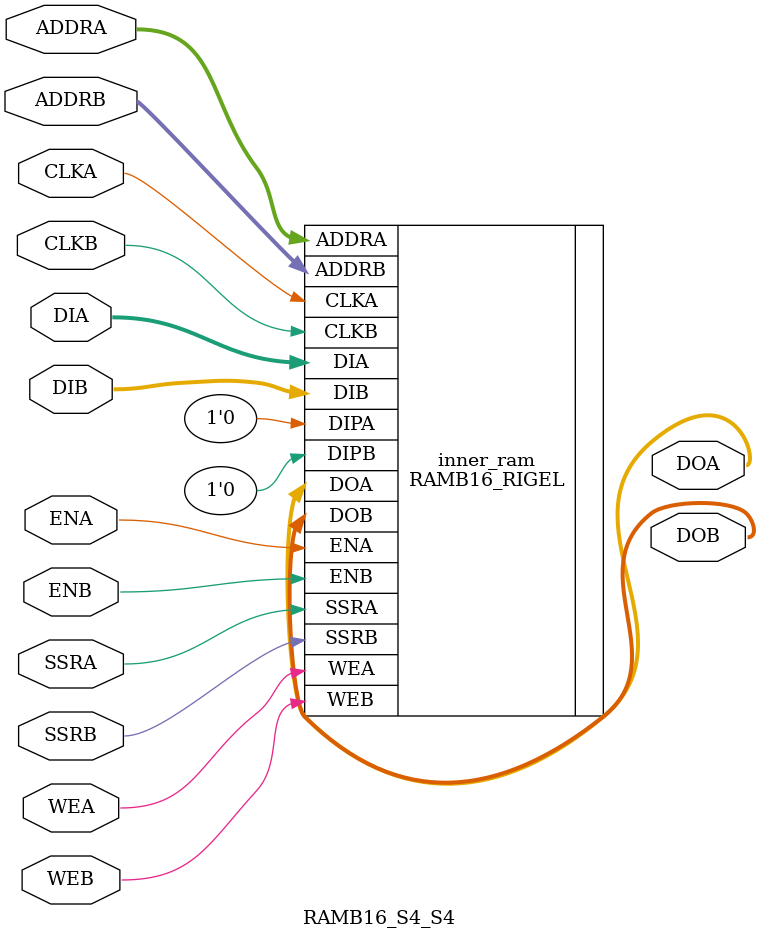
<source format=v>
module RAMB16_S4_S4(
  input WEA,
  input ENA,
  input SSRA,
  input CLKA,
  input [11:0] ADDRA,
  input [3:0] DIA,
//  input DIPA,
//  output [3:0] DOPA,
  output [3:0] DOA,
  input WEB,
  input ENB,
  input SSRB,
  input CLKB,
  input [11:0] ADDRB,
  input [3:0] DIB,
//  input DIPB,
//  output [3:0] DOPB,
  output [3:0] DOB);
  parameter WRITE_MODE_A = "write_first";
  parameter WRITE_MODE_B = "write_first";
parameter INIT_00=256'd0;
parameter INIT_01=256'd0;
parameter INIT_02=256'd0;
parameter INIT_03=256'd0;
parameter INIT_04=256'd0;
parameter INIT_05=256'd0;
parameter INIT_06=256'd0;
parameter INIT_07=256'd0;
parameter INIT_08=256'd0;
parameter INIT_09=256'd0;
parameter INIT_0A=256'd0;
parameter INIT_0B=256'd0;
parameter INIT_0C=256'd0;
parameter INIT_0D=256'd0;
parameter INIT_0E=256'd0;
parameter INIT_0F=256'd0;
parameter INIT_10=256'd0;
parameter INIT_11=256'd0;
parameter INIT_12=256'd0;
parameter INIT_13=256'd0;
parameter INIT_14=256'd0;
parameter INIT_15=256'd0;
parameter INIT_16=256'd0;
parameter INIT_17=256'd0;
parameter INIT_18=256'd0;
parameter INIT_19=256'd0;
parameter INIT_1A=256'd0;
parameter INIT_1B=256'd0;
parameter INIT_1C=256'd0;
parameter INIT_1D=256'd0;
parameter INIT_1E=256'd0;
parameter INIT_1F=256'd0;
parameter INIT_20=256'd0;
parameter INIT_21=256'd0;
parameter INIT_22=256'd0;
parameter INIT_23=256'd0;
parameter INIT_24=256'd0;
parameter INIT_25=256'd0;
parameter INIT_26=256'd0;
parameter INIT_27=256'd0;
parameter INIT_28=256'd0;
parameter INIT_29=256'd0;
parameter INIT_2A=256'd0;
parameter INIT_2B=256'd0;
parameter INIT_2C=256'd0;
parameter INIT_2D=256'd0;
parameter INIT_2E=256'd0;
parameter INIT_2F=256'd0;
parameter INIT_30=256'd0;
parameter INIT_31=256'd0;
parameter INIT_32=256'd0;
parameter INIT_33=256'd0;
parameter INIT_34=256'd0;
parameter INIT_35=256'd0;
parameter INIT_36=256'd0;
parameter INIT_37=256'd0;
parameter INIT_38=256'd0;
parameter INIT_39=256'd0;
parameter INIT_3A=256'd0;
parameter INIT_3B=256'd0;
parameter INIT_3C=256'd0;
parameter INIT_3D=256'd0;
parameter INIT_3E=256'd0;
   parameter INIT_3F=256'd0;   


   RAMB16_RIGEL #(.WRITE_MODE_A(WRITE_MODE_A),.WRITE_MODE_B(WRITE_MODE_B),.BITS(4),.INIT_00(INIT_00),.INIT_01(INIT_01),.INIT_02(INIT_02),.INIT_03(INIT_03),.INIT_04(INIT_04),.INIT_05(INIT_05),.INIT_06(INIT_06),.INIT_07(INIT_07),.INIT_08(INIT_08),.INIT_09(INIT_09),.INIT_0A(INIT_0A),.INIT_0B(INIT_0B),.INIT_0C(INIT_0C),.INIT_0D(INIT_0D),.INIT_0E(INIT_0E),.INIT_0F(INIT_0F),.INIT_10(INIT_10),.INIT_11(INIT_11),.INIT_12(INIT_12),.INIT_13(INIT_13),.INIT_14(INIT_14),.INIT_15(INIT_15),.INIT_16(INIT_16),.INIT_17(INIT_17),.INIT_18(INIT_18),.INIT_19(INIT_19),.INIT_1A(INIT_1A),.INIT_1B(INIT_1B),.INIT_1C(INIT_1C),.INIT_1D(INIT_1D),.INIT_1E(INIT_1E),.INIT_1F(INIT_1F),.INIT_20(INIT_20),.INIT_21(INIT_21),.INIT_22(INIT_22),.INIT_23(INIT_23),.INIT_24(INIT_24),.INIT_25(INIT_25),.INIT_26(INIT_26),.INIT_27(INIT_27),.INIT_28(INIT_28),.INIT_29(INIT_29),.INIT_2A(INIT_2A),.INIT_2B(INIT_2B),.INIT_2C(INIT_2C),.INIT_2D(INIT_2D),.INIT_2E(INIT_2E),.INIT_2F(INIT_2F),.INIT_30(INIT_30),.INIT_31(INIT_31),.INIT_32(INIT_32),.INIT_33(INIT_33),.INIT_34(INIT_34),.INIT_35(INIT_35),.INIT_36(INIT_36),.INIT_37(INIT_37),.INIT_38(INIT_38),.INIT_39(INIT_39),.INIT_3A(INIT_3A),.INIT_3B(INIT_3B),.INIT_3C(INIT_3C),.INIT_3D(INIT_3D),.INIT_3E(INIT_3E),.INIT_3F(INIT_3F)) inner_ram(.WEA(WEA),.ENA(ENA),.SSRA(SSRA),.CLKA(CLKA),.ADDRA(ADDRA),.DIA(DIA),.DIPA(1'b0),.DOA(DOA),.WEB(WEB),.ENB(ENB),.SSRB(SSRB),.CLKB(CLKB),.ADDRB(ADDRB),.DIB(DIB),.DIPB(1'b0),.DOB(DOB));

endmodule

</source>
